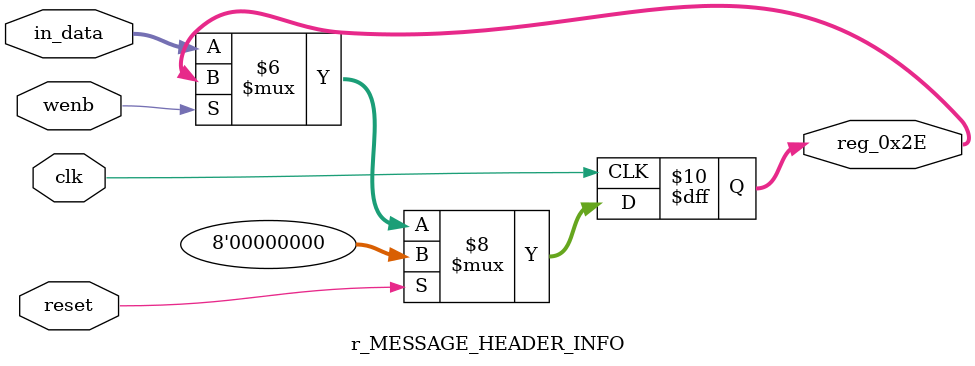
<source format=v>
module r_MESSAGE_HEADER_INFO(output reg [7:0] reg_0x2E, input wire reset, input wire wenb, input wire [7:0] in_data, input wire clk);
	always@(posedge clk)
	begin
		if(reset==0) begin
			if(wenb==0)
				reg_0x2E<=in_data;
			else
				reg_0x2E<=reg_0x2E;
		end
		else
			reg_0x2E<=8'h00;
	end
endmodule
</source>
